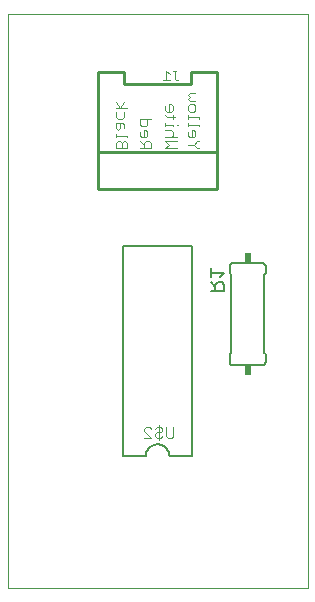
<source format=gbo>
G75*
%MOIN*%
%OFA0B0*%
%FSLAX24Y24*%
%IPPOS*%
%LPD*%
%ADD10C,0.0000*%
%ADD11C,0.0060*%
%ADD12C,0.0040*%
%ADD13C,0.0050*%
%ADD14C,0.0100*%
%ADD15C,0.0030*%
%ADD16R,0.0240X0.0340*%
D10*
X000680Y001055D02*
X000680Y020180D01*
X010680Y020180D01*
X010680Y001055D01*
X000680Y001055D01*
D11*
X004530Y005430D02*
X005280Y005430D01*
X005282Y005469D01*
X005288Y005508D01*
X005297Y005546D01*
X005310Y005583D01*
X005327Y005619D01*
X005347Y005652D01*
X005371Y005684D01*
X005397Y005713D01*
X005426Y005739D01*
X005458Y005763D01*
X005491Y005783D01*
X005527Y005800D01*
X005564Y005813D01*
X005602Y005822D01*
X005641Y005828D01*
X005680Y005830D01*
X005719Y005828D01*
X005758Y005822D01*
X005796Y005813D01*
X005833Y005800D01*
X005869Y005783D01*
X005902Y005763D01*
X005934Y005739D01*
X005963Y005713D01*
X005989Y005684D01*
X006013Y005652D01*
X006033Y005619D01*
X006050Y005583D01*
X006063Y005546D01*
X006072Y005508D01*
X006078Y005469D01*
X006080Y005430D01*
X006830Y005430D01*
X006830Y012430D01*
X004530Y012430D01*
X004530Y005430D01*
X008080Y008580D02*
X008080Y008830D01*
X008130Y008880D01*
X008130Y011480D01*
X008080Y011530D01*
X008080Y011780D01*
X008082Y011797D01*
X008086Y011814D01*
X008093Y011830D01*
X008103Y011844D01*
X008116Y011857D01*
X008130Y011867D01*
X008146Y011874D01*
X008163Y011878D01*
X008180Y011880D01*
X009180Y011880D01*
X009197Y011878D01*
X009214Y011874D01*
X009230Y011867D01*
X009244Y011857D01*
X009257Y011844D01*
X009267Y011830D01*
X009274Y011814D01*
X009278Y011797D01*
X009280Y011780D01*
X009280Y011530D01*
X009230Y011480D01*
X009230Y008880D01*
X009280Y008830D01*
X009280Y008580D01*
X009278Y008563D01*
X009274Y008546D01*
X009267Y008530D01*
X009257Y008516D01*
X009244Y008503D01*
X009230Y008493D01*
X009214Y008486D01*
X009197Y008482D01*
X009180Y008480D01*
X008180Y008480D01*
X008163Y008482D01*
X008146Y008486D01*
X008130Y008493D01*
X008116Y008503D01*
X008103Y008516D01*
X008093Y008530D01*
X008086Y008546D01*
X008082Y008563D01*
X008080Y008580D01*
D12*
X006212Y006410D02*
X006212Y006110D01*
X006152Y006050D01*
X006032Y006050D01*
X005972Y006110D01*
X005972Y006410D01*
X005844Y006350D02*
X005784Y006410D01*
X005664Y006410D01*
X005604Y006350D01*
X005476Y006350D02*
X005416Y006410D01*
X005296Y006410D01*
X005236Y006350D01*
X005236Y006290D01*
X005476Y006050D01*
X005236Y006050D01*
X005604Y006110D02*
X005604Y006170D01*
X005664Y006230D01*
X005784Y006230D01*
X005844Y006290D01*
X005844Y006350D01*
X005724Y006470D02*
X005724Y005990D01*
X005664Y006050D02*
X005604Y006110D01*
X005664Y006050D02*
X005784Y006050D01*
X005844Y006110D01*
X005875Y017969D02*
X006081Y017969D01*
X005978Y017969D02*
X005978Y018279D01*
X006081Y018176D01*
X006197Y018279D02*
X006300Y018279D01*
X006249Y018279D02*
X006249Y018021D01*
X006300Y017969D01*
X006352Y017969D01*
X006404Y018021D01*
D13*
X007649Y015324D02*
X007649Y014536D01*
X007455Y011695D02*
X007455Y011395D01*
X007455Y011545D02*
X007905Y011545D01*
X007755Y011395D01*
X007680Y011234D02*
X007605Y011159D01*
X007605Y010934D01*
X007605Y011084D02*
X007455Y011234D01*
X007455Y010934D02*
X007905Y010934D01*
X007905Y011159D01*
X007830Y011234D01*
X007680Y011234D01*
D14*
X007649Y014339D02*
X003711Y014339D01*
X003711Y015560D01*
X007649Y015560D01*
X007649Y014339D01*
X007649Y015560D02*
X007649Y018237D01*
X006782Y018237D01*
X006782Y017843D01*
X004578Y017843D01*
X004578Y018237D01*
X003711Y018237D01*
X003711Y015560D01*
D15*
X004301Y015695D02*
X004301Y015880D01*
X004363Y015942D01*
X004425Y015942D01*
X004486Y015880D01*
X004486Y015695D01*
X004301Y015695D02*
X004672Y015695D01*
X004672Y015880D01*
X004610Y015942D01*
X004548Y015942D01*
X004486Y015880D01*
X004672Y016063D02*
X004672Y016125D01*
X004301Y016125D01*
X004301Y016063D02*
X004301Y016187D01*
X004363Y016309D02*
X004425Y016371D01*
X004425Y016556D01*
X004486Y016556D02*
X004548Y016494D01*
X004548Y016371D01*
X004486Y016556D02*
X004301Y016556D01*
X004301Y016371D01*
X004363Y016309D01*
X004363Y016677D02*
X004301Y016739D01*
X004301Y016924D01*
X004301Y017045D02*
X004672Y017045D01*
X004548Y016924D02*
X004548Y016739D01*
X004486Y016677D01*
X004363Y016677D01*
X004425Y017045D02*
X004548Y017231D01*
X004425Y017045D02*
X004301Y017231D01*
X005097Y016679D02*
X005097Y016493D01*
X005158Y016432D01*
X005282Y016432D01*
X005343Y016493D01*
X005343Y016679D01*
X005467Y016679D02*
X005097Y016679D01*
X005220Y016310D02*
X005220Y016063D01*
X005158Y016063D02*
X005282Y016063D01*
X005343Y016125D01*
X005343Y016248D01*
X005282Y016310D01*
X005220Y016310D01*
X005097Y016248D02*
X005097Y016125D01*
X005158Y016063D01*
X005097Y015942D02*
X005220Y015818D01*
X005220Y015880D02*
X005220Y015695D01*
X005097Y015695D02*
X005467Y015695D01*
X005467Y015880D01*
X005405Y015942D01*
X005282Y015942D01*
X005220Y015880D01*
X005945Y015942D02*
X006315Y015942D01*
X006315Y016063D02*
X005945Y016063D01*
X005945Y015942D02*
X006068Y015818D01*
X005945Y015695D01*
X006315Y015695D01*
X006130Y016063D02*
X006192Y016125D01*
X006192Y016248D01*
X006130Y016310D01*
X005945Y016310D01*
X005945Y016432D02*
X005945Y016555D01*
X005945Y016493D02*
X006192Y016493D01*
X006192Y016432D01*
X006315Y016493D02*
X006377Y016493D01*
X006254Y016739D02*
X006007Y016739D01*
X005945Y016801D01*
X006007Y016923D02*
X005945Y016984D01*
X005945Y017108D01*
X006068Y017170D02*
X006068Y016923D01*
X006007Y016923D02*
X006130Y016923D01*
X006192Y016984D01*
X006192Y017108D01*
X006130Y017170D01*
X006068Y017170D01*
X006192Y016801D02*
X006192Y016677D01*
X006695Y016677D02*
X006695Y016801D01*
X006695Y016739D02*
X007065Y016739D01*
X007065Y016677D01*
X007065Y016493D02*
X006695Y016493D01*
X006695Y016432D02*
X006695Y016555D01*
X006757Y016923D02*
X006695Y016984D01*
X006695Y017108D01*
X006757Y017170D01*
X006880Y017170D01*
X006942Y017108D01*
X006942Y016984D01*
X006880Y016923D01*
X006757Y016923D01*
X006757Y017291D02*
X006695Y017353D01*
X006757Y017414D01*
X006695Y017476D01*
X006757Y017538D01*
X006942Y017538D01*
X006942Y017291D02*
X006757Y017291D01*
X007065Y016493D02*
X007065Y016432D01*
X006942Y016248D02*
X006880Y016310D01*
X006818Y016310D01*
X006818Y016063D01*
X006757Y016063D02*
X006880Y016063D01*
X006942Y016125D01*
X006942Y016248D01*
X007004Y015942D02*
X007065Y015942D01*
X007004Y015942D02*
X006880Y015818D01*
X006695Y015818D01*
X006880Y015818D02*
X007004Y015695D01*
X007065Y015695D01*
X006757Y016063D02*
X006695Y016125D01*
X006695Y016248D01*
D16*
X008680Y012050D03*
X008680Y008310D03*
M02*

</source>
